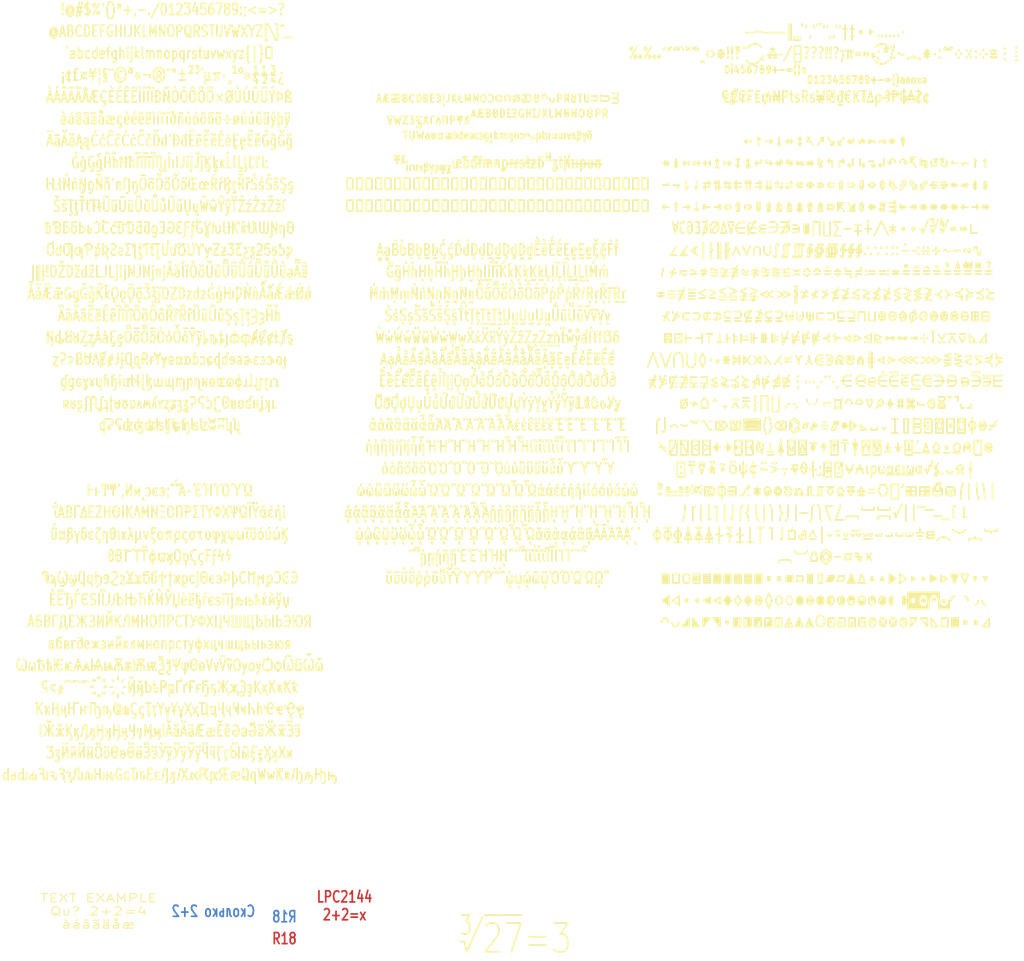
<source format=kicad_pcb>
(kicad_pcb (version 20221018) (generator pcbnew)

  (general
    (thickness 1.6)
  )

  (paper "A4")
  (title_block
    (date "29 jan 2010")
  )

  (layers
    (0 "F.Cu" signal)
    (31 "B.Cu" signal)
    (32 "B.Adhes" user "B.Adhesive")
    (33 "F.Adhes" user "F.Adhesive")
    (34 "B.Paste" user)
    (35 "F.Paste" user)
    (36 "B.SilkS" user "B.Silkscreen")
    (37 "F.SilkS" user "F.Silkscreen")
    (38 "B.Mask" user)
    (39 "F.Mask" user)
    (40 "Dwgs.User" user "User.Drawings")
    (41 "Cmts.User" user "User.Comments")
    (42 "Eco1.User" user "User.Eco1")
    (43 "Eco2.User" user "User.Eco2")
    (44 "Edge.Cuts" user)
    (45 "Margin" user)
    (46 "B.CrtYd" user "B.Courtyard")
    (47 "F.CrtYd" user "F.Courtyard")
    (48 "B.Fab" user)
    (49 "F.Fab" user)
  )

  (setup
    (pad_to_mask_clearance 0.254)
    (pcbplotparams
      (layerselection 0x0000030_80000001)
      (plot_on_all_layers_selection 0x0000000_00000000)
      (disableapertmacros false)
      (usegerberextensions false)
      (usegerberattributes true)
      (usegerberadvancedattributes true)
      (creategerberjobfile true)
      (dashed_line_dash_ratio 12.000000)
      (dashed_line_gap_ratio 3.000000)
      (svgprecision 4)
      (plotframeref false)
      (viasonmask false)
      (mode 1)
      (useauxorigin false)
      (hpglpennumber 1)
      (hpglpenspeed 20)
      (hpglpendiameter 15.000000)
      (dxfpolygonmode true)
      (dxfimperialunits true)
      (dxfusepcbnewfont true)
      (psnegative false)
      (psa4output false)
      (plotreference true)
      (plotvalue true)
      (plotinvisibletext false)
      (sketchpadsonfab false)
      (subtractmaskfromsilk false)
      (outputformat 1)
      (mirror false)
      (drillshape 1)
      (scaleselection 1)
      (outputdirectory "")
    )
  )

  (net 0 "")

  (gr_text "LPC2144\n2+2=x" (at 71.99884 184.00014) (layer "F.Cu") (tstamp 3d5ae17d-72fa-40c5-8d89-85d3033a40fb)
    (effects (font (size 2.032 1.524) (thickness 0.3048)))
  )
  (gr_text "R18" (at 61.00064 189.99962) (layer "F.Cu") (tstamp bf87edcf-1ae3-42b1-a33d-37a8c9ec59ba)
    (effects (font (size 2.032 1.524) (thickness 0.3048)))
  )
  (gr_text "R18" (at 61.00064 185.99912) (layer "B.Cu") (tstamp 4f2aca9e-7881-473e-a94b-842b60326d83)
    (effects (font (size 2.032 1.524) (thickness 0.3048)) (justify mirror))
  )
  (gr_text "Сколько 2+2" (at 48.00092 185.0009) (layer "B.Cu") (tstamp eb878efc-4f78-4113-bc47-05e597607c80)
    (effects (font (size 2.032 1.524) (thickness 0.3048)) (justify mirror))
  )
  (gr_text "@ABCDEFGHIJKLMNOPQRSTUVWXYZ[\\]^_" (at 39.99992 24.003) (layer "F.SilkS") (tstamp 008e4af2-42e3-4204-b5bf-b6bd3beeceea)
    (effects (font (size 2.032 1.524) (thickness 0.3048)))
  )
  (gr_text "Ҁҁ҂҃҄҅҆҇҈҉ҊҋҌҍҎҏҐґҒғҔҕҖҗҘҙҚқҜҝҞҟ" (at 39.99992 144.00276) (layer "F.SilkS") (tstamp 01856906-6bb0-4416-be70-c58cef4c9894)
    (effects (font (size 2.032 1.524) (thickness 0.3048)))
  )
  (gr_text "῀῁ῂῃῄῆῇῈΈῊΉῌ῍῎῏ῐῑῒΐῖῗῘῙῚΊ῝῞῟" (at 99.9998 119.99976) (layer "F.SilkS") (tstamp 03043c97-c5eb-4605-a17a-ec0f44994ed0)
    (effects (font (size 2.032 1.524) (thickness 0.3048)))
  )
  (gr_text "ÀÁÂÃÄÅÆÇÈÉÊËÌÍÎÏÐÑÒÓÔÕÖ×ØÙÚÛÜÝÞß" (at 39.99992 36.00196) (layer "F.SilkS") (tstamp 05706831-6828-4b2f-b67c-cee6e5a5498b)
    (effects (font (size 2.032 1.524) (thickness 0.3048)))
  )
  (gr_text "ŠšŢţŤťŦŧŨũŪūŬŭŮůŰűŲųŴŵŶŷŸŹźŻżŽžſ" (at 39.99992 56.00192) (layer "F.SilkS") (tstamp 0e8e1b21-22ed-47c8-bc28-2d15d59ac88b)
    (effects (font (size 2.032 1.524) (thickness 0.3048)))
  )
  (gr_text "◠◡◢◣◤◥◦◧◨◩◪◫◬◭◮◯◰◱◲◳◴◵◶◷◸◹◺◻◼◽◾◿" (at 159.99968 131.99872) (layer "F.SilkS") (tstamp 0ee3ba27-3ef9-40a3-bb95-5f350264df90)
    (effects (font (size 2.032 1.524) (thickness 0.3048)))
  )
  (gr_text "∀∁∂∃∄∅∆∇∈∉∊∋∌∍∎∏∐∑−∓∔∕∖∗∘∙√∛∜∝∞∟" (at 159.99968 59.99988) (layer "F.SilkS") (tstamp 0fc7bddd-0f24-4921-b5d6-1a6f8ce9cecd)
    (effects (font (size 2.032 1.524) (thickness 0.3048)))
  )
  (gr_text "↠↡↢↣↤↥↦↧↨↩↪↫↬↭↮↯↰↱↲↳↴↵↶↷↸↹↺↻↼↽↾↿" (at 159.99968 47.99838) (layer "F.SilkS") (tstamp 105bf4fd-521f-4774-bb8b-c18aa4bc37b1)
    (effects (font (size 2.032 1.524) (thickness 0.3048)))
  )
  (gr_text "⁰ⁱ⁴⁵⁶⁷⁸⁹⁺⁻⁼⁽⁾ⁿ₀₁₂₃₄₅₆₇₈₉₊₋₌₍₎ₐₑₒₓₔ" (at 159.99968 31.99892) (layer "F.SilkS") (tstamp 1289819e-d635-40c4-8423-34b69439afb4)
    (effects (font (size 2.032 1.524) (thickness 0.3048)))
  )
  (gr_text "ᴠᴡᴢᴣᴤᴥᴦᴧᴨᴩᴪᴫᴬᴭᴮᴯᴰᴱᴲᴳᴴᴵᴶᴷᴸᴹᴺᴻᴼᴽᴾᴿ" (at 99.9998 39.99992) (layer "F.SilkS") (tstamp 12a9deed-7db8-4d84-985a-9156a7b850ed)
    (effects (font (size 2.032 1.524) (thickness 0.3048)))
  )
  (gr_text "⇀⇁⇂⇃⇄⇅⇆⇇⇈⇉⇊⇋⇌⇍⇎⇏⇐⇑⇒⇓⇔⇕⇖⇗⇘⇙⇚⇛⇜⇝⇞⇟" (at 159.99968 51.99888) (layer "F.SilkS") (tstamp 143eb68e-1631-4d39-a384-e410679919a2)
    (effects (font (size 2.032 1.524) (thickness 0.3048)))
  )
  (gr_text "àáâãäåæçèéêëìíîïðñòóôõö÷øùúûüýþÿ" (at 41.00068 39.99992) (layer "F.SilkS") (tstamp 1945f0ab-86a1-4d10-b861-60e7c9fe157a)
    (effects (font (size 2.032 1.524) (thickness 0.3048)))
  )
  (gr_text "ỠỡỢợỤụỦủỨứỪừỬửỮữỰựỲỳỴỵỶỷỸỹỺỻỼỽỾỿ" (at 99.9998 91.9988) (layer "F.SilkS") (tstamp 2130538e-083a-4c32-a122-0816c6656e97)
    (effects (font (size 2.032 1.524) (thickness 0.3048)))
  )
  (gr_text "ΐΑΒΓΔΕΖΗΘΙΚΛΜΝΞΟΠΡΣΤΥΦΧΨΩΪΫάέήί" (at 39.99992 112.0013) (layer "F.SilkS") (tstamp 27a890ae-dc36-4259-8a95-1d7711cfcb64)
    (effects (font (size 2.032 1.524) (thickness 0.3048)))
  )
  (gr_text "≀≁≂≃≄≅≆≇≈≉≊≋≌≍≎≏≐≑≒≓≔≕≖≗≘≙≚≛≜≝≞≟" (at 159.99968 67.99834) (layer "F.SilkS") (tstamp 2aafb2ed-176f-4a21-bc3c-077171c60f60)
    (effects (font (size 2.032 1.524) (thickness 0.3048)))
  )
  (gr_text "⋀⋁⋂⋃⋄⋅⋆⋇⋈⋉⋊⋋⋌⋍⋎⋏⋐⋑⋒⋓⋔⋕⋖⋗⋘⋙⋚⋛⋜⋝⋞⋟" (at 159.99968 84.00034) (layer "F.SilkS") (tstamp 2bf61640-8cbb-48ff-850b-c241d7c15c81)
    (effects (font (size 2.032 1.524) (thickness 0.3048)))
  )
  (gr_text "ṠṡṢṣṤṥṦṧṨṩṪṫṬṭṮṯṰṱṲṳṴṵṶṷṸṹṺṻṼṽṾṿ" (at 99.9998 75.99934) (layer "F.SilkS") (tstamp 372b43f0-41d0-4f5a-89b0-171bac1f9996)
    (effects (font (size 2.032 1.524) (thickness 0.3048)))
  )
  (gr_text "ƀƁƂƃƄƅƆƇƈƉƊƋƌƍƎƏƐƑƒƓƔƕƖƗƘƙƚƛƜƝƞƟ" (at 39.99992 60.00242) (layer "F.SilkS") (tstamp 3c351202-7fc7-40dc-899f-ce27d529e8c1)
    (effects (font (size 2.032 1.524) (thickness 0.3048)))
  )
  (gr_text "‰‱′″‴‵‶‷‸‹›※‼‽‾‿⁀⁁⁂⁃⁄⁅⁆⁇⁈⁉⁊⁋⁌⁍⁎⁏⁐⁑⁒⁓⁔⁕⁖⁗⁘⁙⁚⁛⁜⁝⁞" (at 159.99968 27.99842) (layer "F.SilkS") (tstamp 3e8b64be-b3e9-421b-a600-e05cd870d8cc)
    (effects (font (size 2.032 1.524) (thickness 0.3048)))
  )
  (gr_text "ŀŁłŃńŅņŇňŉŊŋŌōŎŏŐőŒœŔŕŖŗŘřŚśŜŝŞş" (at 39.99992 52.00142) (layer "F.SilkS") (tstamp 40eb4009-1e1a-4ba3-bccc-af1e84899dd1)
    (effects (font (size 2.032 1.524) (thickness 0.3048)))
  )
  (gr_text "ӠӡӢӣӤӥӦӧӨөӪӫӬӭӮӯӰӱӲӳӴӵӶӷӸӹӺӻӼӽӾӿ" (at 39.99992 156.00172) (layer "F.SilkS") (tstamp 43271aed-0e69-40e7-9a4d-7f1a724648ec)
    (effects (font (size 2.032 1.524) (thickness 0.3048)))
  )
  (gr_text "ȠȡȢȣȤȥȦȧȨȩȪȫȬȭȮȯȰȱȲȳȴȵȶȷȸȹȺȻȼȽȾȿ" (at 39.99992 80.00238) (layer "F.SilkS") (tstamp 4765b375-b6fc-4f34-b394-6291f3ad5dec)
    (effects (font (size 2.032 1.524) (thickness 0.3048)))
  )
  (gr_text "■□▢▣▤▥▦▧▨▩▪▫▬▭▮▯▰▱▲△▴▵▶▷▸▹►▻▼▽▾▿" (at 159.99968 124.00026) (layer "F.SilkS") (tstamp 4af45888-1700-4fd0-9453-b8f65bd4f1fe)
    (effects (font (size 2.032 1.524) (thickness 0.3048)))
  )
  (gr_text "∛~{27}=3" (at 102.99954 189.99962) (layer "F.SilkS") (tstamp 4c56cf27-044b-40eb-9335-2f14e8c1d205)
    (effects (font (size 5.25018 4.0005) (thickness 0.3048)))
  )
  (gr_text "⏠⏡⏢⏣⏤⏥⏦⏧" (at 159.99968 119.99976) (layer "F.SilkS") (tstamp 4cadee97-492b-4483-b607-db10e6686f64)
    (effects (font (size 2.032 1.524) (thickness 0.3048)))
  )
  (gr_text "ᴀᴁᴂᴃᴄᴅᴆᴇᴈᴉᴊᴋᴌᴍᴎᴏᴐᴑᴒᴓᴔᴕᴖᴗᴘᴙᴚᴛᴜᴝᴞᴟ" (at 99.9998 35.99942) (layer "F.SilkS") (tstamp 4dc523a8-2b2a-4f47-ba51-56c25dcdf0f4)
    (effects (font (size 2.032 1.524) (thickness 0.3048)))
  )
  (gr_text "ϠϡϢϣϤϥϦϧϨϩϪϫϬϭϮϯϰϱϲϳϴϵ϶ϷϸϹϺϻϼϽϾϿ" (at 39.99992 124.0028) (layer "F.SilkS") (tstamp 503c11c1-80d7-44d8-806b-09c2b8153f22)
    (effects (font (size 2.032 1.524) (thickness 0.3048)))
  )
  (gr_text "ӀӁӂӃӄӅӆӇӈӉӊӋӌӍӎӏӐӑӒӓӔӕӖӗӘәӚӛӜӝӞӟ" (at 39.99992 152.00122) (layer "F.SilkS") (tstamp 52e1fd3a-f424-46c7-ae09-6fc8162a2d7b)
    (effects (font (size 2.032 1.524) (thickness 0.3048)))
  )
  (gr_text "ѠѡѢѣѤѥѦѧѨѩѪѫѬѭѮѯѰѱѲѳѴѵѶѷѸѹѺѻѼѽѾѿ" (at 39.99992 140.00226) (layer "F.SilkS") (tstamp 5af856f3-87cc-49b6-95e7-7fd4edafff34)
    (effects (font (size 2.032 1.524) (thickness 0.3048)))
  )
  (gr_text "ṀṁṂṃṄṅṆṇṈṉṊṋṌṍṎṏṐṑṒṓṔṕṖṗṘṙṚṛṜṝṞṟ" (at 99.9998 71.99884) (layer "F.SilkS") (tstamp 5b4b6ef7-f3d1-4dbf-b906-b33b263c370b)
    (effects (font (size 2.032 1.524) (thickness 0.3048)))
  )
  (gr_text "ЀЁЂЃЄЅІЇЈЉЊЋЌЍЎЏѐёђѓєѕіїјљњћќѝўџ" (at 39.99992 128.00076) (layer "F.SilkS") (tstamp 61eeb060-97bc-4834-ae2d-610f688f25a1)
    (effects (font (size 2.032 1.524) (thickness 0.3048)))
  )
  (gr_text "ϐϑϒϓϔϕϖϗϘϙϚϛϜϝϞϟ" (at 39.99992 120.0023) (layer "F.SilkS") (tstamp 62e58298-2599-4e93-b3cb-cb5f9b0eab81)
    (effects (font (size 2.032 1.524) (thickness 0.3048)))
  )
  (gr_text "⌠⌡⌢⌣⌤⌥⌦⌧⌨〈〉⌫⌬⌭⌮⌯⌰⌱⌲⌳⌴⌵⌶⌷⌸⌹⌺⌻⌼⌽⌾⌿" (at 159.99968 95.9993) (layer "F.SilkS") (tstamp 65f1ab4d-5e4b-4efc-bb15-043dd082ff50)
    (effects (font (size 2.032 1.524) (thickness 0.3048)))
  )
  (gr_text "ẀẁẂẃẄẅẆẇẈẉẊẋẌẍẎẏẐẑẒẓẔẕẖẗẘẙẚẛẜẝẞẟ" (at 99.9998 79.99984) (layer "F.SilkS") (tstamp 67b60df0-85ef-4ad2-af1a-6c4844988400)
    (effects (font (size 2.032 1.524) (thickness 0.3048)))
  )
  (gr_text "◀◁◂◃◄◅◆◇◈◉◊○◌◍◎●◐◑◒◓◔◕◖◗◘◙◚◛◜◝◞◟" (at 159.99968 127.99822) (layer "F.SilkS") (tstamp 6c887a7a-1275-44d3-a6a8-f26d7dcb9b9d)
    (effects (font (size 2.032 1.524) (thickness 0.3048)))
  )
  (gr_text "⊠⊡⊢⊣⊤⊥⊦⊧⊨⊩⊪⊫⊬⊭⊮⊯⊰⊱⊲⊳⊴⊵⊶⊷⊸⊹⊺⊻⊼⊽⊾⊿" (at 159.99968 79.99984) (layer "F.SilkS") (tstamp 6e6f72f4-480c-4394-aaaa-28110a8acfbb)
    (effects (font (size 2.032 1.524) (thickness 0.3048)))
  )
  (gr_text "⏀⏁⏂⏃⏄⏅⏆⏇⏈⏉⏊⏋⏌⏍⏎⏏⏐⏑⏒⏓⏔⏕⏖⏗⏘⏙⏚⏛⏜⏝⏞⏟" (at 159.99968 115.99926) (layer "F.SilkS") (tstamp 73bd2b4f-1e81-4bba-a1ec-84872908471b)
    (effects (font (size 2.032 1.524) (thickness 0.3048)))
  )
  (gr_text "ɠɡɢɣɤɥɦɧɨɩɪɫɬɭɮɯɰɱɲɳɴɵɶɷɸɹɺɻɼɽɾɿ" (at 39.99992 88.00084) (layer "F.SilkS") (tstamp 74fd8a38-8b84-4154-a5c6-82e7bad41198)
    (effects (font (size 2.032 1.524) (thickness 0.3048)))
  )
  (gr_text "ᾠᾡᾢᾣᾤᾥᾦᾧᾨᾩᾪᾫᾬᾭᾮᾯᾰᾱᾲᾳᾴᾶᾷᾸᾹᾺΆᾼ᾽ι᾿" (at 99.9998 115.99926) (layer "F.SilkS") (tstamp 7a16fcfc-323e-4deb-b070-0852cfad2b1d)
    (effects (font (size 2.032 1.524) (thickness 0.3048)))
  )
  (gr_text "ҠҡҢңҤҥҦҧҨҩҪҫҬҭҮүҰұҲҳҴҵҶҷҸҹҺһҼҽҾҿ" (at 39.99992 148.00072) (layer "F.SilkS") (tstamp 7acab842-7c2a-4726-adf9-066403e5d2db)
    (effects (font (size 2.032 1.524) (thickness 0.3048)))
  )
  (gr_text " !@#$%'()*+,-./0123456789:;<=>?" (at 39.99992 20.0025) (layer "F.SilkS") (tstamp 7b4e8a86-79a6-4254-93e6-bccaa1cd31ff)
    (effects (font (size 2.032 1.524) (thickness 0.3048)))
  )
  (gr_text "⎀⎁⎂⎃⎄⎅⎆⎇⎈⎉⎊⎋⎌⎍⎎⎏⎐⎑⎒⎓⎔⎕⎖⎗⎘⎙⎚⎛⎜⎝⎞⎟" (at 159.99968 107.99826) (layer "F.SilkS") (tstamp 7d682aea-1401-4b2a-950a-df8df1b0fc22)
    (effects (font (size 2.032 1.524) (thickness 0.3048)))
  )
  (gr_text "ͰͱͲͳʹ͵Ͷͷͺͻͼͽ;΄΅Ά·ΈΉΊΌΎΏ" (at 39.99992 108.0008) (layer "F.SilkS") (tstamp 7d951599-b323-41bb-985a-247950ac9b64)
    (effects (font (size 2.032 1.524) (thickness 0.3048)))
  )
  (gr_text "ɀɁɂɃɄɅɆɇɈɉɊɋɌɍɎɏɐɑɒɓɔɕɖɗɘəɚɛɜɝɞɟ" (at 39.99992 84.00288) (layer "F.SilkS") (tstamp 7f129ee1-0589-4e53-a293-035211f43eb0)
    (effects (font (size 2.032 1.524) (thickness 0.3048)))
  )
  (gr_text "ǀǁǂǃǄǅǆǇǈǉǊǋǌǍǎǏǐǑǒǓǔǕǖǗǘǙǚǛǜǝǞǟ" (at 39.99992 68.00088) (layer "F.SilkS") (tstamp 8082c004-9f80-405b-b478-8900f0b44355)
    (effects (font (size 2.032 1.524) (thickness 0.3048)))
  )
  (gr_text "≠≡≢≣≤≥≦≧≨≩≪≫≬≭≮≯≰≱≲≳≴≵≶≷≸≹≺≻≼≽≾≿" (at 159.99968 71.99884) (layer "F.SilkS") (tstamp 8137e8a9-25de-4f48-8c1d-e3c3dfbc3e44)
    (effects (font (size 2.032 1.524) (thickness 0.3048)))
  )
  (gr_text "∠∡∢∣∤∥∦∧∨∩∪∫∬∭∮∯∰∱∲∳∴∵∶∷∸∹∺∻∼∽∾∿" (at 159.99968 64.00038) (layer "F.SilkS") (tstamp 82883cd2-dcac-49bf-bc11-7ca723b36edd)
    (effects (font (size 2.032 1.524) (thickness 0.3048)))
  )
  (gr_text "ƠơƢƣƤƥƦƧƨƩƪƫƬƭƮƯưƱƲƳƴƵƶƷƸƹƺƻƼƽƾƿ" (at 39.99992 64.00292) (layer "F.SilkS") (tstamp 837f7e1f-a9b2-462c-9ef1-087840a996c5)
    (effects (font (size 2.032 1.524) (thickness 0.3048)))
  )
  (gr_text "⊀⊁⊂⊃⊄⊅⊆⊇⊈⊉⊊⊋⊌⊍⊎⊏⊐⊑⊒⊓⊔⊕⊖⊗⊘⊙⊚⊛⊜⊝⊞⊟" (at 159.99968 75.99934) (layer "F.SilkS") (tstamp 88423acd-f7cf-4dd9-be01-ffd038c9b6dd)
    (effects (font (size 2.032 1.524) (thickness 0.3048)))
  )
  (gr_text "⋠⋡⋢⋣⋤⋥⋦⋧⋨⋩⋪⋫⋬⋭⋮⋯⋰⋱⋲⋳⋴⋵⋶⋷⋸⋹⋺⋻⋼⋽⋾⋿" (at 159.99968 87.9983) (layer "F.SilkS") (tstamp 8ba6edbd-f391-4b28-999b-12392b49ba99)
    (effects (font (size 2.032 1.524) (thickness 0.3048)))
  )
  (gr_text "ʀʁʂʃʄʅʆʇʈʉʊʋʌʍʎʏʐʑʒʓʔʕʖʗʘʙʚʛʜʝʞʟ" (at 39.99992 92.00134) (layer "F.SilkS") (tstamp 8fd1ba35-a436-43ed-b3de-dd669864b02c)
    (effects (font (size 2.032 1.524) (thickness 0.3048)))
  )
  (gr_text "ᶠᶡᶢᶣᶤᶥᶦᶧᶨᶩᶪᶫᶬᶭᶮᶯᶰᶱᶲᶳᶴᶵᶶᶷᶸᶹᶺᶻᶼᶽᶾᶿ" (at 99.9998 55.99938) (layer "F.SilkS") (tstamp 912866fd-6ac0-4eff-bbcc-1286e9a4bb7e)
    (effects (font (size 2.032 1.524) (thickness 0.3048)))
  )
  (gr_text "ᵀᵁᵂᵃᵄᵅᵆᵇᵈᵉᵊᵋᵌᵍᵎᵏᵐᵑᵒᵓᵔᵕᵖᵗᵘᵙᵚᵛᵜᵝᵞᵟ" (at 99.9998 44.00042) (layer "F.SilkS") (tstamp 950224b4-6d51-449b-9157-eb0b25ace6d5)
    (effects (font (size 2.032 1.524) (thickness 0.3048)))
  )
  (gr_text "ȀȁȂȃȄȅȆȇȈȉȊȋȌȍȎȏȐȑȒȓȔȕȖȗȘșȚțȜȝȞȟ" (at 39.99992 76.00188) (layer "F.SilkS") (tstamp 95afb252-32ee-4c73-8c05-69c8c337662b)
    (effects (font (size 2.032 1.524) (thickness 0.3048)))
  )
  (gr_text "ᵠᵡᵢᵣᵤᵥᵦᵧᵨᵩᵪᵫᵬᵭᵮᵯᵰᵱᵲᵳᵴᵵᵶᵷᵸᵹᵺᵻᵼᵽᵾᵿ" (at 99.9998 48.00092) (layer "F.SilkS") (tstamp 96dc7620-de74-449c-8bf6-08358273a6f2)
    (effects (font (size 2.032 1.524) (thickness 0.3048)))
  )
  (gr_text "ᾀᾁᾂᾃᾄᾅᾆᾇᾈᾉᾊᾋᾌᾍᾎᾏᾐᾑᾒᾓᾔᾕᾖᾗᾘᾙᾚᾛᾜᾝᾞᾟ" (at 99.9998 111.99876) (layer "F.SilkS") (tstamp a47defaf-aa91-49b8-a184-6bf0ee69df73)
    (effects (font (size 2.032 1.524) (thickness 0.3048)))
  )
  (gr_text "`abcdefghijklmnopqrstuvwxyz{|}" (at 39.99992 28.0035) (layer "F.SilkS") (tstamp a48a1c52-4132-49f8-816d-fa60c2c3c086)
    (effects (font (size 2.032 1.524) (thickness 0.3048)))
  )
  (gr_text "ὀὁὂὃὄὅὈὉὊὋὌὍὐὑὒὓὔὕὖὗὙὛὝὟ" (at 99.9998 104.0003) (layer "F.SilkS") (tstamp a6f69378-11b6-4ba5-a0a5-a822c4e5f48e)
    (effects (font (size 2.032 1.524) (thickness 0.3048)))
  )
  (gr_text "ỀềỂểỄễỆệỈỉỊịỌọỎỏỐốỒồỔổỖỗỘộỚớỜờỞở" (at 99.9998 88.00084) (layer "F.SilkS") (tstamp a7bc086f-d000-48f6-8d4f-580d91adecf3)
    (effects (font (size 2.032 1.524) (thickness 0.3048)))
  )
  (gr_text "⎠⎡⎢⎣⎤⎥⎦⎧⎨⎩⎪⎫⎬⎭⎮⎯⎰⎱⎲⎳⎴⎵⎶⎷⎸⎹⎺⎻⎼⎽⎾⎿" (at 159.99968 111.99876) (layer "F.SilkS") (tstamp aee0776c-4261-4049-ac3e-abaf4481c46a)
    (effects (font (size 2.032 1.524) (thickness 0.3048)))
  )
  (gr_text "TEXT EXAMPLE\nQu? 2+2=4\nàáâãäåæ" (at 27.0002 185.0009) (layer "F.SilkS") (tstamp b0d26903-aefe-4422-83dd-80cf9c94d9b8)
    (effects (font (size 1.50114 1.99898) (thickness 0.20066)))
  )
  (gr_text "⍀⍁⍂⍃⍄⍅⍆⍇⍈⍉⍊⍋⍌⍍⍎⍏⍐⍑⍒⍓⍔⍕⍖⍗⍘⍙⍚⍛⍜⍝⍞⍟" (at 159.99968 99.9998) (layer "F.SilkS") (tstamp b37bcd4b-1af1-4e01-869c-f258c2f1c5a7)
    (effects (font (size 2.032 1.524) (thickness 0.3048)))
  )
  (gr_text "⌀⌁⌂⌃⌄⌅⌆⌇⌈⌉⌊⌋⌌⌍⌎⌏⌐⌑⌒⌓⌔⌕⌖⌗⌘⌙⌚⌛⌜⌝⌞⌟" (at 159.99968 91.9988) (layer "F.SilkS") (tstamp b9c5e7bb-7163-4ef2-a504-6e00627d7e2b)
    (effects (font (size 2.032 1.524) (thickness 0.3048)))
  )
  (gr_text "ᶀᶁᶂᶃᶄᶅᶆᶇᶈᶉᶊᶋᶌᶍᶎᶏᶐᶑᶒᶓᶔᶕᶖᶗᶘᶙᶚᶛᶜᶝᶞᶟ" (at 99.9998 51.99888) (layer "F.SilkS") (tstamp bd7906d1-83ec-4f88-8f3b-8cfd73868479)
    (effects (font (size 2.032 1.524) (thickness 0.3048)))
  )
  (gr_text "ḠḡḢḣḤḥḦḧḨḩḪḫḬḭḮḯḰḱḲḳḴḵḶḷḸḹḺḻḼḽḾḿ" (at 99.9998 68.00088) (layer "F.SilkS") (tstamp bd84cf69-e82b-4a67-8c39-066fa006ba2d)
    (effects (font (size 2.032 1.524) (thickness 0.3048)))
  )
  (gr_text "ԀԁԂԃԄԅԆԇԈԉԊԋԌԍԎԏԐԑԒԓԔԕԖԗԘԙԚԛԜԝԞԟԠԡԢԣ" (at 39.99992 159.99968) (layer "F.SilkS") (tstamp c70e0d2d-a211-420a-899e-ffcb55cc656d)
    (effects (font (size 2.032 1.524) (thickness 0.3048)))
  )
  (gr_text "ẠạẢảẤấẦầẨẩẪẫẬậẮắẰằẲẳẴẵẶặẸẹẺẻẼẽẾế" (at 99.9998 84.00034) (layer "F.SilkS") (tstamp c984287a-deee-4f69-ae41-0c924d3e0372)
    (effects (font (size 2.032 1.524) (thickness 0.3048)))
  )
  (gr_text "ὠὡὢὣὤὥὦὧὨὩὪὫὬὭὮὯὰάὲέὴήὶίὸόὺύὼώ" (at 99.9998 108.0008) (layer "F.SilkS") (tstamp ca64d0fe-8b2b-436f-a457-03d3bdd6334d)
    (effects (font (size 2.032 1.524) (thickness 0.3048)))
  )
  (gr_text "ῠῡῢΰῤῥῦῧῨῩῪΎῬ῭΅`ῲῳῴῶῷῸΌῺΏῼ´῾" (at 99.9998 124.00026) (layer "F.SilkS") (tstamp caa3716e-6d9f-4cdc-a34c-ba492ef15dd2)
    (effects (font (size 2.032 1.524) (thickness 0.3048)))
  )
  (gr_text "ΰαβγδεζηθικλμνξοπρςστυφχψωϊϋόύώϏ" (at 39.99992 115.99926) (layer "F.SilkS") (tstamp cae2aec7-a5b3-47da-83a1-1a6465dba955)
    (effects (font (size 2.032 1.524) (thickness 0.3048)))
  )
  (gr_text "←↑→↓↔↕↖↗↘↙↚↛↜↝↞↟" (at 159.99968 44.00042) (layer "F.SilkS") (tstamp d377024a-433e-47c4-b584-1376be19056f)
    (effects (font (size 2.032 1.524) (thickness 0.3048)))
  )
  (gr_text "ḀḁḂḃḄḅḆḇḈḉḊḋḌḍḎḏḐḑḒḓḔḕḖḗḘḙḚḛḜḝḞḟ" (at 99.9998 64.00038) (layer "F.SilkS") (tstamp d52550d2-2472-474e-8a7f-ed5a5f0997a2)
    (effects (font (size 2.032 1.524) (thickness 0.3048)))
  )
  (gr_text "абвгдежзийклмнопрстуфхцчшщъыьэюя" (at 39.99992 136.00176) (layer "F.SilkS") (tstamp d5c729cb-c703-412f-b06d-095c95835e04)
    (effects (font (size 2.032 1.524) (thickness 0.3048)))
  )
  (gr_text "ĀāĂăĄąĆćĈĉĊċČčĎďĐđĒēĔĕĖėĘęĚěĜĝĞğ" (at 39.99992 44.00042) (layer "F.SilkS") (tstamp da138d81-ff2f-4f56-88c8-6996c72fe882)
    (effects (font (size 2.032 1.524) (thickness 0.3048)))
  )
  (gr_text "‐‑‒–—―‖‗‘’‚‛“”„‟†‡•‣․‥…‧" (at 159.99968 24.00046) (layer "F.SilkS") (tstamp e1c58ebc-b8c9-4f0c-9ae2-0d05ab744b84)
    (effects (font (size 2.032 1.524) (thickness 0.3048)))
  )
  (gr_text "АБВГДЕЖЗИЙКЛМНОПРСТУФХЦЧШЩЪЫЬЭЮЯ" (at 39.99992 132.00126) (layer "F.SilkS") (tstamp e1e591c8-8e2b-45c2-887e-0ad7168f2dac)
    (effects (font (size 2.032 1.524) (thickness 0.3048)))
  )
  (gr_text "₠₡₢₣₤₥₦₧₨₩₪₫€₭₮₯₰₱₲₳₴₵" (at 159.99968 35.99942) (layer "F.SilkS") (tstamp ea16bf4c-6ed4-4a0e-9d54-b3308118b30e)
    (effects (font (size 2.032 1.524) (thickness 0.3048)))
  )
  (gr_text " ¡¢£¤¥¦§¨©ª«¬­®¯°±²³´µ¶·¸¹º»¼½¾¿" (at 39.99992 32.00146) (layer "F.SilkS") (tstamp ecfb980f-5f70-4dba-a301-1c721991bccd)
    (effects (font (size 2.032 1.524) (thickness 0.3048)))
  )
  (gr_text "⍠⍡⍢⍣⍤⍥⍦⍧⍨⍩⍪⍫⍬⍭⍮⍯⍰⍱⍲⍳⍴⍵⍶⍷⍸⍹⍺⍻⍼⍽⍾⍿" (at 159.99968 104.0003) (layer "F.SilkS") (tstamp ed1c1cfb-b2de-49ab-b594-5f5c0ddf5cba)
    (effects (font (size 2.032 1.524) (thickness 0.3048)))
  )
  (gr_text "ĠġĢģĤĥĦħĨĩĪīĬĭĮįİıĲĳĴĵĶķĸĹĺĻļĽľĿ" (at 39.99992 48.00092) (layer "F.SilkS") (tstamp ed9b3411-649c-4eb0-8b63-2e5b89b35283)
    (effects (font (size 2.032 1.524) (thickness 0.3048)))
  )
  (gr_text "⇠⇡⇢⇣⇤⇥⇦⇧⇨⇩⇪⇫⇬⇭⇮⇯⇰⇱⇲⇳⇴⇵⇶⇷⇸⇹⇺⇻⇼⇽⇾⇿" (at 159.99968 55.99938) (layer "F.SilkS") (tstamp ee05609d-c57f-451b-bf8f-bbd16bc75d04)
    (effects (font (size 2.032 1.524) (thickness 0.3048)))
  )
  (gr_text "ἠἡἢἣἤἥἦἧἨἩἪἫἬἭἮἯἰἱἲἳἴἵἶἷἸἹἺἻἼἽἾἿ" (at 99.9998 99.9998) (layer "F.SilkS") (tstamp eecbbfd8-deef-42e8-be94-bf2833b6e214)
    (effects (font (size 2.032 1.524) (thickness 0.3048)))
  )
  (gr_text "ǠǡǢǣǤǥǦǧǨǩǪǫǬǭǮǯǰǱǲǳǴǵǶǷǸǹǺǻǼǽǾǿ" (at 39.99992 72.00138) (layer "F.SilkS") (tstamp f0e1c09d-4923-409c-b397-0cb90e4120d0)
    (effects (font (size 2.032 1.524) (thickness 0.3048)))
  )
  (gr_text "ἀἁἂἃἄἅἆἇἈἉἊἋἌἍἎἏἐἑἒἓἔἕἘἙἚἛἜἝ" (at 99.9998 95.9993) (layer "F.SilkS") (tstamp f35e7004-050f-4225-9bdc-4bbd8dddc69a)
    (effects (font (size 2.032 1.524) (thickness 0.3048)))
  )
  (gr_text "ʠʡʢʣʤʥʦʧʨʩʪʫʬʭʮʯ" (at 39.99992 96.00184) (layer "F.SilkS") (tstamp f47356d5-3c06-4367-a4e4-c5bde54faf09)
    (effects (font (size 2.032 1.524) (thickness 0.3048)))
  )

)

</source>
